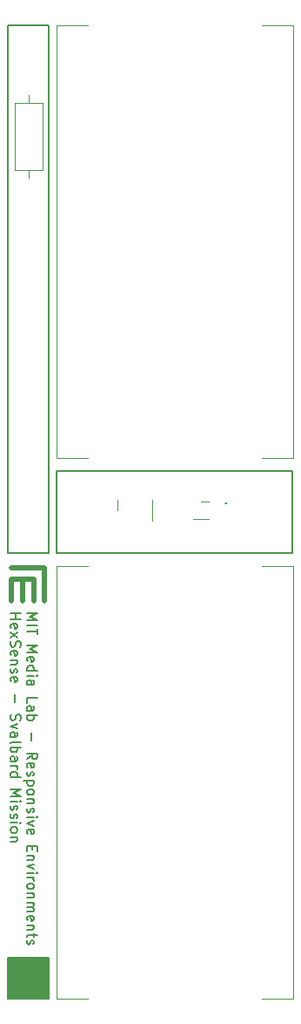
<source format=gbr>
%TF.GenerationSoftware,KiCad,Pcbnew,7.0.5*%
%TF.CreationDate,2023-06-06T16:58:07-04:00*%
%TF.ProjectId,SIDE,53494445-2e6b-4696-9361-645f70636258,rev?*%
%TF.SameCoordinates,Original*%
%TF.FileFunction,Legend,Top*%
%TF.FilePolarity,Positive*%
%FSLAX46Y46*%
G04 Gerber Fmt 4.6, Leading zero omitted, Abs format (unit mm)*
G04 Created by KiCad (PCBNEW 7.0.5) date 2023-06-06 16:58:07*
%MOMM*%
%LPD*%
G01*
G04 APERTURE LIST*
%ADD10C,0.500000*%
%ADD11C,0.150000*%
%ADD12C,0.120000*%
%ADD13C,0.200000*%
G04 APERTURE END LIST*
D10*
X139403334Y-102218022D02*
X139403334Y-104318022D01*
X141536668Y-101118022D02*
X141536668Y-104318022D01*
X138336668Y-102218022D02*
X140470000Y-102218022D01*
X138336668Y-102218022D02*
X138336668Y-104318022D01*
X141536668Y-101118022D02*
X138290000Y-101118022D01*
D11*
X137970000Y-48468022D02*
X141970000Y-48468022D01*
X141970000Y-99668022D01*
X137970000Y-99668022D01*
X137970000Y-48468022D01*
X137970000Y-138968022D02*
X141970000Y-138968022D01*
X141970000Y-142968022D01*
X137970000Y-142968022D01*
X137970000Y-138968022D01*
G36*
X137970000Y-138968022D02*
G01*
X141970000Y-138968022D01*
X141970000Y-142968022D01*
X137970000Y-142968022D01*
X137970000Y-138968022D01*
G37*
D10*
X140470000Y-102218022D02*
X140470000Y-104318022D01*
D11*
X142720000Y-91718022D02*
X165670000Y-91718022D01*
X165670000Y-99718022D01*
X142720000Y-99718022D01*
X142720000Y-91718022D01*
X139826848Y-105554801D02*
X140826848Y-105554801D01*
X140826848Y-105554801D02*
X140112563Y-105888134D01*
X140112563Y-105888134D02*
X140826848Y-106221467D01*
X140826848Y-106221467D02*
X139826848Y-106221467D01*
X139826848Y-106697658D02*
X140826848Y-106697658D01*
X140826848Y-107030991D02*
X140826848Y-107602419D01*
X139826848Y-107316705D02*
X140826848Y-107316705D01*
X139826848Y-108697658D02*
X140826848Y-108697658D01*
X140826848Y-108697658D02*
X140112563Y-109030991D01*
X140112563Y-109030991D02*
X140826848Y-109364324D01*
X140826848Y-109364324D02*
X139826848Y-109364324D01*
X139874468Y-110221467D02*
X139826848Y-110126229D01*
X139826848Y-110126229D02*
X139826848Y-109935753D01*
X139826848Y-109935753D02*
X139874468Y-109840515D01*
X139874468Y-109840515D02*
X139969706Y-109792896D01*
X139969706Y-109792896D02*
X140350658Y-109792896D01*
X140350658Y-109792896D02*
X140445896Y-109840515D01*
X140445896Y-109840515D02*
X140493515Y-109935753D01*
X140493515Y-109935753D02*
X140493515Y-110126229D01*
X140493515Y-110126229D02*
X140445896Y-110221467D01*
X140445896Y-110221467D02*
X140350658Y-110269086D01*
X140350658Y-110269086D02*
X140255420Y-110269086D01*
X140255420Y-110269086D02*
X140160182Y-109792896D01*
X139826848Y-111126229D02*
X140826848Y-111126229D01*
X139874468Y-111126229D02*
X139826848Y-111030991D01*
X139826848Y-111030991D02*
X139826848Y-110840515D01*
X139826848Y-110840515D02*
X139874468Y-110745277D01*
X139874468Y-110745277D02*
X139922087Y-110697658D01*
X139922087Y-110697658D02*
X140017325Y-110650039D01*
X140017325Y-110650039D02*
X140303039Y-110650039D01*
X140303039Y-110650039D02*
X140398277Y-110697658D01*
X140398277Y-110697658D02*
X140445896Y-110745277D01*
X140445896Y-110745277D02*
X140493515Y-110840515D01*
X140493515Y-110840515D02*
X140493515Y-111030991D01*
X140493515Y-111030991D02*
X140445896Y-111126229D01*
X139826848Y-111602420D02*
X140493515Y-111602420D01*
X140826848Y-111602420D02*
X140779229Y-111554801D01*
X140779229Y-111554801D02*
X140731610Y-111602420D01*
X140731610Y-111602420D02*
X140779229Y-111650039D01*
X140779229Y-111650039D02*
X140826848Y-111602420D01*
X140826848Y-111602420D02*
X140731610Y-111602420D01*
X139826848Y-112507181D02*
X140350658Y-112507181D01*
X140350658Y-112507181D02*
X140445896Y-112459562D01*
X140445896Y-112459562D02*
X140493515Y-112364324D01*
X140493515Y-112364324D02*
X140493515Y-112173848D01*
X140493515Y-112173848D02*
X140445896Y-112078610D01*
X139874468Y-112507181D02*
X139826848Y-112411943D01*
X139826848Y-112411943D02*
X139826848Y-112173848D01*
X139826848Y-112173848D02*
X139874468Y-112078610D01*
X139874468Y-112078610D02*
X139969706Y-112030991D01*
X139969706Y-112030991D02*
X140064944Y-112030991D01*
X140064944Y-112030991D02*
X140160182Y-112078610D01*
X140160182Y-112078610D02*
X140207801Y-112173848D01*
X140207801Y-112173848D02*
X140207801Y-112411943D01*
X140207801Y-112411943D02*
X140255420Y-112507181D01*
X139826848Y-114221467D02*
X139826848Y-113745277D01*
X139826848Y-113745277D02*
X140826848Y-113745277D01*
X139826848Y-114983372D02*
X140350658Y-114983372D01*
X140350658Y-114983372D02*
X140445896Y-114935753D01*
X140445896Y-114935753D02*
X140493515Y-114840515D01*
X140493515Y-114840515D02*
X140493515Y-114650039D01*
X140493515Y-114650039D02*
X140445896Y-114554801D01*
X139874468Y-114983372D02*
X139826848Y-114888134D01*
X139826848Y-114888134D02*
X139826848Y-114650039D01*
X139826848Y-114650039D02*
X139874468Y-114554801D01*
X139874468Y-114554801D02*
X139969706Y-114507182D01*
X139969706Y-114507182D02*
X140064944Y-114507182D01*
X140064944Y-114507182D02*
X140160182Y-114554801D01*
X140160182Y-114554801D02*
X140207801Y-114650039D01*
X140207801Y-114650039D02*
X140207801Y-114888134D01*
X140207801Y-114888134D02*
X140255420Y-114983372D01*
X139826848Y-115459563D02*
X140826848Y-115459563D01*
X140445896Y-115459563D02*
X140493515Y-115554801D01*
X140493515Y-115554801D02*
X140493515Y-115745277D01*
X140493515Y-115745277D02*
X140445896Y-115840515D01*
X140445896Y-115840515D02*
X140398277Y-115888134D01*
X140398277Y-115888134D02*
X140303039Y-115935753D01*
X140303039Y-115935753D02*
X140017325Y-115935753D01*
X140017325Y-115935753D02*
X139922087Y-115888134D01*
X139922087Y-115888134D02*
X139874468Y-115840515D01*
X139874468Y-115840515D02*
X139826848Y-115745277D01*
X139826848Y-115745277D02*
X139826848Y-115554801D01*
X139826848Y-115554801D02*
X139874468Y-115459563D01*
X140207801Y-117126230D02*
X140207801Y-117888135D01*
X139826848Y-119697658D02*
X140303039Y-119364325D01*
X139826848Y-119126230D02*
X140826848Y-119126230D01*
X140826848Y-119126230D02*
X140826848Y-119507182D01*
X140826848Y-119507182D02*
X140779229Y-119602420D01*
X140779229Y-119602420D02*
X140731610Y-119650039D01*
X140731610Y-119650039D02*
X140636372Y-119697658D01*
X140636372Y-119697658D02*
X140493515Y-119697658D01*
X140493515Y-119697658D02*
X140398277Y-119650039D01*
X140398277Y-119650039D02*
X140350658Y-119602420D01*
X140350658Y-119602420D02*
X140303039Y-119507182D01*
X140303039Y-119507182D02*
X140303039Y-119126230D01*
X139874468Y-120507182D02*
X139826848Y-120411944D01*
X139826848Y-120411944D02*
X139826848Y-120221468D01*
X139826848Y-120221468D02*
X139874468Y-120126230D01*
X139874468Y-120126230D02*
X139969706Y-120078611D01*
X139969706Y-120078611D02*
X140350658Y-120078611D01*
X140350658Y-120078611D02*
X140445896Y-120126230D01*
X140445896Y-120126230D02*
X140493515Y-120221468D01*
X140493515Y-120221468D02*
X140493515Y-120411944D01*
X140493515Y-120411944D02*
X140445896Y-120507182D01*
X140445896Y-120507182D02*
X140350658Y-120554801D01*
X140350658Y-120554801D02*
X140255420Y-120554801D01*
X140255420Y-120554801D02*
X140160182Y-120078611D01*
X139874468Y-120935754D02*
X139826848Y-121030992D01*
X139826848Y-121030992D02*
X139826848Y-121221468D01*
X139826848Y-121221468D02*
X139874468Y-121316706D01*
X139874468Y-121316706D02*
X139969706Y-121364325D01*
X139969706Y-121364325D02*
X140017325Y-121364325D01*
X140017325Y-121364325D02*
X140112563Y-121316706D01*
X140112563Y-121316706D02*
X140160182Y-121221468D01*
X140160182Y-121221468D02*
X140160182Y-121078611D01*
X140160182Y-121078611D02*
X140207801Y-120983373D01*
X140207801Y-120983373D02*
X140303039Y-120935754D01*
X140303039Y-120935754D02*
X140350658Y-120935754D01*
X140350658Y-120935754D02*
X140445896Y-120983373D01*
X140445896Y-120983373D02*
X140493515Y-121078611D01*
X140493515Y-121078611D02*
X140493515Y-121221468D01*
X140493515Y-121221468D02*
X140445896Y-121316706D01*
X140493515Y-121792897D02*
X139493515Y-121792897D01*
X140445896Y-121792897D02*
X140493515Y-121888135D01*
X140493515Y-121888135D02*
X140493515Y-122078611D01*
X140493515Y-122078611D02*
X140445896Y-122173849D01*
X140445896Y-122173849D02*
X140398277Y-122221468D01*
X140398277Y-122221468D02*
X140303039Y-122269087D01*
X140303039Y-122269087D02*
X140017325Y-122269087D01*
X140017325Y-122269087D02*
X139922087Y-122221468D01*
X139922087Y-122221468D02*
X139874468Y-122173849D01*
X139874468Y-122173849D02*
X139826848Y-122078611D01*
X139826848Y-122078611D02*
X139826848Y-121888135D01*
X139826848Y-121888135D02*
X139874468Y-121792897D01*
X139826848Y-122840516D02*
X139874468Y-122745278D01*
X139874468Y-122745278D02*
X139922087Y-122697659D01*
X139922087Y-122697659D02*
X140017325Y-122650040D01*
X140017325Y-122650040D02*
X140303039Y-122650040D01*
X140303039Y-122650040D02*
X140398277Y-122697659D01*
X140398277Y-122697659D02*
X140445896Y-122745278D01*
X140445896Y-122745278D02*
X140493515Y-122840516D01*
X140493515Y-122840516D02*
X140493515Y-122983373D01*
X140493515Y-122983373D02*
X140445896Y-123078611D01*
X140445896Y-123078611D02*
X140398277Y-123126230D01*
X140398277Y-123126230D02*
X140303039Y-123173849D01*
X140303039Y-123173849D02*
X140017325Y-123173849D01*
X140017325Y-123173849D02*
X139922087Y-123126230D01*
X139922087Y-123126230D02*
X139874468Y-123078611D01*
X139874468Y-123078611D02*
X139826848Y-122983373D01*
X139826848Y-122983373D02*
X139826848Y-122840516D01*
X140493515Y-123602421D02*
X139826848Y-123602421D01*
X140398277Y-123602421D02*
X140445896Y-123650040D01*
X140445896Y-123650040D02*
X140493515Y-123745278D01*
X140493515Y-123745278D02*
X140493515Y-123888135D01*
X140493515Y-123888135D02*
X140445896Y-123983373D01*
X140445896Y-123983373D02*
X140350658Y-124030992D01*
X140350658Y-124030992D02*
X139826848Y-124030992D01*
X139874468Y-124459564D02*
X139826848Y-124554802D01*
X139826848Y-124554802D02*
X139826848Y-124745278D01*
X139826848Y-124745278D02*
X139874468Y-124840516D01*
X139874468Y-124840516D02*
X139969706Y-124888135D01*
X139969706Y-124888135D02*
X140017325Y-124888135D01*
X140017325Y-124888135D02*
X140112563Y-124840516D01*
X140112563Y-124840516D02*
X140160182Y-124745278D01*
X140160182Y-124745278D02*
X140160182Y-124602421D01*
X140160182Y-124602421D02*
X140207801Y-124507183D01*
X140207801Y-124507183D02*
X140303039Y-124459564D01*
X140303039Y-124459564D02*
X140350658Y-124459564D01*
X140350658Y-124459564D02*
X140445896Y-124507183D01*
X140445896Y-124507183D02*
X140493515Y-124602421D01*
X140493515Y-124602421D02*
X140493515Y-124745278D01*
X140493515Y-124745278D02*
X140445896Y-124840516D01*
X139826848Y-125316707D02*
X140493515Y-125316707D01*
X140826848Y-125316707D02*
X140779229Y-125269088D01*
X140779229Y-125269088D02*
X140731610Y-125316707D01*
X140731610Y-125316707D02*
X140779229Y-125364326D01*
X140779229Y-125364326D02*
X140826848Y-125316707D01*
X140826848Y-125316707D02*
X140731610Y-125316707D01*
X140493515Y-125697659D02*
X139826848Y-125935754D01*
X139826848Y-125935754D02*
X140493515Y-126173849D01*
X139874468Y-126935754D02*
X139826848Y-126840516D01*
X139826848Y-126840516D02*
X139826848Y-126650040D01*
X139826848Y-126650040D02*
X139874468Y-126554802D01*
X139874468Y-126554802D02*
X139969706Y-126507183D01*
X139969706Y-126507183D02*
X140350658Y-126507183D01*
X140350658Y-126507183D02*
X140445896Y-126554802D01*
X140445896Y-126554802D02*
X140493515Y-126650040D01*
X140493515Y-126650040D02*
X140493515Y-126840516D01*
X140493515Y-126840516D02*
X140445896Y-126935754D01*
X140445896Y-126935754D02*
X140350658Y-126983373D01*
X140350658Y-126983373D02*
X140255420Y-126983373D01*
X140255420Y-126983373D02*
X140160182Y-126507183D01*
X140350658Y-128173850D02*
X140350658Y-128507183D01*
X139826848Y-128650040D02*
X139826848Y-128173850D01*
X139826848Y-128173850D02*
X140826848Y-128173850D01*
X140826848Y-128173850D02*
X140826848Y-128650040D01*
X140493515Y-129078612D02*
X139826848Y-129078612D01*
X140398277Y-129078612D02*
X140445896Y-129126231D01*
X140445896Y-129126231D02*
X140493515Y-129221469D01*
X140493515Y-129221469D02*
X140493515Y-129364326D01*
X140493515Y-129364326D02*
X140445896Y-129459564D01*
X140445896Y-129459564D02*
X140350658Y-129507183D01*
X140350658Y-129507183D02*
X139826848Y-129507183D01*
X140493515Y-129888136D02*
X139826848Y-130126231D01*
X139826848Y-130126231D02*
X140493515Y-130364326D01*
X139826848Y-130745279D02*
X140493515Y-130745279D01*
X140826848Y-130745279D02*
X140779229Y-130697660D01*
X140779229Y-130697660D02*
X140731610Y-130745279D01*
X140731610Y-130745279D02*
X140779229Y-130792898D01*
X140779229Y-130792898D02*
X140826848Y-130745279D01*
X140826848Y-130745279D02*
X140731610Y-130745279D01*
X139826848Y-131221469D02*
X140493515Y-131221469D01*
X140303039Y-131221469D02*
X140398277Y-131269088D01*
X140398277Y-131269088D02*
X140445896Y-131316707D01*
X140445896Y-131316707D02*
X140493515Y-131411945D01*
X140493515Y-131411945D02*
X140493515Y-131507183D01*
X139826848Y-131983374D02*
X139874468Y-131888136D01*
X139874468Y-131888136D02*
X139922087Y-131840517D01*
X139922087Y-131840517D02*
X140017325Y-131792898D01*
X140017325Y-131792898D02*
X140303039Y-131792898D01*
X140303039Y-131792898D02*
X140398277Y-131840517D01*
X140398277Y-131840517D02*
X140445896Y-131888136D01*
X140445896Y-131888136D02*
X140493515Y-131983374D01*
X140493515Y-131983374D02*
X140493515Y-132126231D01*
X140493515Y-132126231D02*
X140445896Y-132221469D01*
X140445896Y-132221469D02*
X140398277Y-132269088D01*
X140398277Y-132269088D02*
X140303039Y-132316707D01*
X140303039Y-132316707D02*
X140017325Y-132316707D01*
X140017325Y-132316707D02*
X139922087Y-132269088D01*
X139922087Y-132269088D02*
X139874468Y-132221469D01*
X139874468Y-132221469D02*
X139826848Y-132126231D01*
X139826848Y-132126231D02*
X139826848Y-131983374D01*
X140493515Y-132745279D02*
X139826848Y-132745279D01*
X140398277Y-132745279D02*
X140445896Y-132792898D01*
X140445896Y-132792898D02*
X140493515Y-132888136D01*
X140493515Y-132888136D02*
X140493515Y-133030993D01*
X140493515Y-133030993D02*
X140445896Y-133126231D01*
X140445896Y-133126231D02*
X140350658Y-133173850D01*
X140350658Y-133173850D02*
X139826848Y-133173850D01*
X139826848Y-133650041D02*
X140493515Y-133650041D01*
X140398277Y-133650041D02*
X140445896Y-133697660D01*
X140445896Y-133697660D02*
X140493515Y-133792898D01*
X140493515Y-133792898D02*
X140493515Y-133935755D01*
X140493515Y-133935755D02*
X140445896Y-134030993D01*
X140445896Y-134030993D02*
X140350658Y-134078612D01*
X140350658Y-134078612D02*
X139826848Y-134078612D01*
X140350658Y-134078612D02*
X140445896Y-134126231D01*
X140445896Y-134126231D02*
X140493515Y-134221469D01*
X140493515Y-134221469D02*
X140493515Y-134364326D01*
X140493515Y-134364326D02*
X140445896Y-134459565D01*
X140445896Y-134459565D02*
X140350658Y-134507184D01*
X140350658Y-134507184D02*
X139826848Y-134507184D01*
X139874468Y-135364326D02*
X139826848Y-135269088D01*
X139826848Y-135269088D02*
X139826848Y-135078612D01*
X139826848Y-135078612D02*
X139874468Y-134983374D01*
X139874468Y-134983374D02*
X139969706Y-134935755D01*
X139969706Y-134935755D02*
X140350658Y-134935755D01*
X140350658Y-134935755D02*
X140445896Y-134983374D01*
X140445896Y-134983374D02*
X140493515Y-135078612D01*
X140493515Y-135078612D02*
X140493515Y-135269088D01*
X140493515Y-135269088D02*
X140445896Y-135364326D01*
X140445896Y-135364326D02*
X140350658Y-135411945D01*
X140350658Y-135411945D02*
X140255420Y-135411945D01*
X140255420Y-135411945D02*
X140160182Y-134935755D01*
X140493515Y-135840517D02*
X139826848Y-135840517D01*
X140398277Y-135840517D02*
X140445896Y-135888136D01*
X140445896Y-135888136D02*
X140493515Y-135983374D01*
X140493515Y-135983374D02*
X140493515Y-136126231D01*
X140493515Y-136126231D02*
X140445896Y-136221469D01*
X140445896Y-136221469D02*
X140350658Y-136269088D01*
X140350658Y-136269088D02*
X139826848Y-136269088D01*
X140493515Y-136602422D02*
X140493515Y-136983374D01*
X140826848Y-136745279D02*
X139969706Y-136745279D01*
X139969706Y-136745279D02*
X139874468Y-136792898D01*
X139874468Y-136792898D02*
X139826848Y-136888136D01*
X139826848Y-136888136D02*
X139826848Y-136983374D01*
X139874468Y-137269089D02*
X139826848Y-137364327D01*
X139826848Y-137364327D02*
X139826848Y-137554803D01*
X139826848Y-137554803D02*
X139874468Y-137650041D01*
X139874468Y-137650041D02*
X139969706Y-137697660D01*
X139969706Y-137697660D02*
X140017325Y-137697660D01*
X140017325Y-137697660D02*
X140112563Y-137650041D01*
X140112563Y-137650041D02*
X140160182Y-137554803D01*
X140160182Y-137554803D02*
X140160182Y-137411946D01*
X140160182Y-137411946D02*
X140207801Y-137316708D01*
X140207801Y-137316708D02*
X140303039Y-137269089D01*
X140303039Y-137269089D02*
X140350658Y-137269089D01*
X140350658Y-137269089D02*
X140445896Y-137316708D01*
X140445896Y-137316708D02*
X140493515Y-137411946D01*
X140493515Y-137411946D02*
X140493515Y-137554803D01*
X140493515Y-137554803D02*
X140445896Y-137650041D01*
X138216848Y-105554801D02*
X139216848Y-105554801D01*
X138740658Y-105554801D02*
X138740658Y-106126229D01*
X138216848Y-106126229D02*
X139216848Y-106126229D01*
X138264468Y-106983372D02*
X138216848Y-106888134D01*
X138216848Y-106888134D02*
X138216848Y-106697658D01*
X138216848Y-106697658D02*
X138264468Y-106602420D01*
X138264468Y-106602420D02*
X138359706Y-106554801D01*
X138359706Y-106554801D02*
X138740658Y-106554801D01*
X138740658Y-106554801D02*
X138835896Y-106602420D01*
X138835896Y-106602420D02*
X138883515Y-106697658D01*
X138883515Y-106697658D02*
X138883515Y-106888134D01*
X138883515Y-106888134D02*
X138835896Y-106983372D01*
X138835896Y-106983372D02*
X138740658Y-107030991D01*
X138740658Y-107030991D02*
X138645420Y-107030991D01*
X138645420Y-107030991D02*
X138550182Y-106554801D01*
X138216848Y-107364325D02*
X138883515Y-107888134D01*
X138883515Y-107364325D02*
X138216848Y-107888134D01*
X138264468Y-108221468D02*
X138216848Y-108364325D01*
X138216848Y-108364325D02*
X138216848Y-108602420D01*
X138216848Y-108602420D02*
X138264468Y-108697658D01*
X138264468Y-108697658D02*
X138312087Y-108745277D01*
X138312087Y-108745277D02*
X138407325Y-108792896D01*
X138407325Y-108792896D02*
X138502563Y-108792896D01*
X138502563Y-108792896D02*
X138597801Y-108745277D01*
X138597801Y-108745277D02*
X138645420Y-108697658D01*
X138645420Y-108697658D02*
X138693039Y-108602420D01*
X138693039Y-108602420D02*
X138740658Y-108411944D01*
X138740658Y-108411944D02*
X138788277Y-108316706D01*
X138788277Y-108316706D02*
X138835896Y-108269087D01*
X138835896Y-108269087D02*
X138931134Y-108221468D01*
X138931134Y-108221468D02*
X139026372Y-108221468D01*
X139026372Y-108221468D02*
X139121610Y-108269087D01*
X139121610Y-108269087D02*
X139169229Y-108316706D01*
X139169229Y-108316706D02*
X139216848Y-108411944D01*
X139216848Y-108411944D02*
X139216848Y-108650039D01*
X139216848Y-108650039D02*
X139169229Y-108792896D01*
X138264468Y-109602420D02*
X138216848Y-109507182D01*
X138216848Y-109507182D02*
X138216848Y-109316706D01*
X138216848Y-109316706D02*
X138264468Y-109221468D01*
X138264468Y-109221468D02*
X138359706Y-109173849D01*
X138359706Y-109173849D02*
X138740658Y-109173849D01*
X138740658Y-109173849D02*
X138835896Y-109221468D01*
X138835896Y-109221468D02*
X138883515Y-109316706D01*
X138883515Y-109316706D02*
X138883515Y-109507182D01*
X138883515Y-109507182D02*
X138835896Y-109602420D01*
X138835896Y-109602420D02*
X138740658Y-109650039D01*
X138740658Y-109650039D02*
X138645420Y-109650039D01*
X138645420Y-109650039D02*
X138550182Y-109173849D01*
X138883515Y-110078611D02*
X138216848Y-110078611D01*
X138788277Y-110078611D02*
X138835896Y-110126230D01*
X138835896Y-110126230D02*
X138883515Y-110221468D01*
X138883515Y-110221468D02*
X138883515Y-110364325D01*
X138883515Y-110364325D02*
X138835896Y-110459563D01*
X138835896Y-110459563D02*
X138740658Y-110507182D01*
X138740658Y-110507182D02*
X138216848Y-110507182D01*
X138264468Y-110935754D02*
X138216848Y-111030992D01*
X138216848Y-111030992D02*
X138216848Y-111221468D01*
X138216848Y-111221468D02*
X138264468Y-111316706D01*
X138264468Y-111316706D02*
X138359706Y-111364325D01*
X138359706Y-111364325D02*
X138407325Y-111364325D01*
X138407325Y-111364325D02*
X138502563Y-111316706D01*
X138502563Y-111316706D02*
X138550182Y-111221468D01*
X138550182Y-111221468D02*
X138550182Y-111078611D01*
X138550182Y-111078611D02*
X138597801Y-110983373D01*
X138597801Y-110983373D02*
X138693039Y-110935754D01*
X138693039Y-110935754D02*
X138740658Y-110935754D01*
X138740658Y-110935754D02*
X138835896Y-110983373D01*
X138835896Y-110983373D02*
X138883515Y-111078611D01*
X138883515Y-111078611D02*
X138883515Y-111221468D01*
X138883515Y-111221468D02*
X138835896Y-111316706D01*
X138264468Y-112173849D02*
X138216848Y-112078611D01*
X138216848Y-112078611D02*
X138216848Y-111888135D01*
X138216848Y-111888135D02*
X138264468Y-111792897D01*
X138264468Y-111792897D02*
X138359706Y-111745278D01*
X138359706Y-111745278D02*
X138740658Y-111745278D01*
X138740658Y-111745278D02*
X138835896Y-111792897D01*
X138835896Y-111792897D02*
X138883515Y-111888135D01*
X138883515Y-111888135D02*
X138883515Y-112078611D01*
X138883515Y-112078611D02*
X138835896Y-112173849D01*
X138835896Y-112173849D02*
X138740658Y-112221468D01*
X138740658Y-112221468D02*
X138645420Y-112221468D01*
X138645420Y-112221468D02*
X138550182Y-111745278D01*
X138597801Y-113411945D02*
X138597801Y-114173850D01*
X138264468Y-115364326D02*
X138216848Y-115507183D01*
X138216848Y-115507183D02*
X138216848Y-115745278D01*
X138216848Y-115745278D02*
X138264468Y-115840516D01*
X138264468Y-115840516D02*
X138312087Y-115888135D01*
X138312087Y-115888135D02*
X138407325Y-115935754D01*
X138407325Y-115935754D02*
X138502563Y-115935754D01*
X138502563Y-115935754D02*
X138597801Y-115888135D01*
X138597801Y-115888135D02*
X138645420Y-115840516D01*
X138645420Y-115840516D02*
X138693039Y-115745278D01*
X138693039Y-115745278D02*
X138740658Y-115554802D01*
X138740658Y-115554802D02*
X138788277Y-115459564D01*
X138788277Y-115459564D02*
X138835896Y-115411945D01*
X138835896Y-115411945D02*
X138931134Y-115364326D01*
X138931134Y-115364326D02*
X139026372Y-115364326D01*
X139026372Y-115364326D02*
X139121610Y-115411945D01*
X139121610Y-115411945D02*
X139169229Y-115459564D01*
X139169229Y-115459564D02*
X139216848Y-115554802D01*
X139216848Y-115554802D02*
X139216848Y-115792897D01*
X139216848Y-115792897D02*
X139169229Y-115935754D01*
X138883515Y-116269088D02*
X138216848Y-116507183D01*
X138216848Y-116507183D02*
X138883515Y-116745278D01*
X138216848Y-117554802D02*
X138740658Y-117554802D01*
X138740658Y-117554802D02*
X138835896Y-117507183D01*
X138835896Y-117507183D02*
X138883515Y-117411945D01*
X138883515Y-117411945D02*
X138883515Y-117221469D01*
X138883515Y-117221469D02*
X138835896Y-117126231D01*
X138264468Y-117554802D02*
X138216848Y-117459564D01*
X138216848Y-117459564D02*
X138216848Y-117221469D01*
X138216848Y-117221469D02*
X138264468Y-117126231D01*
X138264468Y-117126231D02*
X138359706Y-117078612D01*
X138359706Y-117078612D02*
X138454944Y-117078612D01*
X138454944Y-117078612D02*
X138550182Y-117126231D01*
X138550182Y-117126231D02*
X138597801Y-117221469D01*
X138597801Y-117221469D02*
X138597801Y-117459564D01*
X138597801Y-117459564D02*
X138645420Y-117554802D01*
X138216848Y-118173850D02*
X138264468Y-118078612D01*
X138264468Y-118078612D02*
X138359706Y-118030993D01*
X138359706Y-118030993D02*
X139216848Y-118030993D01*
X138216848Y-118554803D02*
X139216848Y-118554803D01*
X138835896Y-118554803D02*
X138883515Y-118650041D01*
X138883515Y-118650041D02*
X138883515Y-118840517D01*
X138883515Y-118840517D02*
X138835896Y-118935755D01*
X138835896Y-118935755D02*
X138788277Y-118983374D01*
X138788277Y-118983374D02*
X138693039Y-119030993D01*
X138693039Y-119030993D02*
X138407325Y-119030993D01*
X138407325Y-119030993D02*
X138312087Y-118983374D01*
X138312087Y-118983374D02*
X138264468Y-118935755D01*
X138264468Y-118935755D02*
X138216848Y-118840517D01*
X138216848Y-118840517D02*
X138216848Y-118650041D01*
X138216848Y-118650041D02*
X138264468Y-118554803D01*
X138216848Y-119888136D02*
X138740658Y-119888136D01*
X138740658Y-119888136D02*
X138835896Y-119840517D01*
X138835896Y-119840517D02*
X138883515Y-119745279D01*
X138883515Y-119745279D02*
X138883515Y-119554803D01*
X138883515Y-119554803D02*
X138835896Y-119459565D01*
X138264468Y-119888136D02*
X138216848Y-119792898D01*
X138216848Y-119792898D02*
X138216848Y-119554803D01*
X138216848Y-119554803D02*
X138264468Y-119459565D01*
X138264468Y-119459565D02*
X138359706Y-119411946D01*
X138359706Y-119411946D02*
X138454944Y-119411946D01*
X138454944Y-119411946D02*
X138550182Y-119459565D01*
X138550182Y-119459565D02*
X138597801Y-119554803D01*
X138597801Y-119554803D02*
X138597801Y-119792898D01*
X138597801Y-119792898D02*
X138645420Y-119888136D01*
X138216848Y-120364327D02*
X138883515Y-120364327D01*
X138693039Y-120364327D02*
X138788277Y-120411946D01*
X138788277Y-120411946D02*
X138835896Y-120459565D01*
X138835896Y-120459565D02*
X138883515Y-120554803D01*
X138883515Y-120554803D02*
X138883515Y-120650041D01*
X138216848Y-121411946D02*
X139216848Y-121411946D01*
X138264468Y-121411946D02*
X138216848Y-121316708D01*
X138216848Y-121316708D02*
X138216848Y-121126232D01*
X138216848Y-121126232D02*
X138264468Y-121030994D01*
X138264468Y-121030994D02*
X138312087Y-120983375D01*
X138312087Y-120983375D02*
X138407325Y-120935756D01*
X138407325Y-120935756D02*
X138693039Y-120935756D01*
X138693039Y-120935756D02*
X138788277Y-120983375D01*
X138788277Y-120983375D02*
X138835896Y-121030994D01*
X138835896Y-121030994D02*
X138883515Y-121126232D01*
X138883515Y-121126232D02*
X138883515Y-121316708D01*
X138883515Y-121316708D02*
X138835896Y-121411946D01*
X138216848Y-122650042D02*
X139216848Y-122650042D01*
X139216848Y-122650042D02*
X138502563Y-122983375D01*
X138502563Y-122983375D02*
X139216848Y-123316708D01*
X139216848Y-123316708D02*
X138216848Y-123316708D01*
X138216848Y-123792899D02*
X138883515Y-123792899D01*
X139216848Y-123792899D02*
X139169229Y-123745280D01*
X139169229Y-123745280D02*
X139121610Y-123792899D01*
X139121610Y-123792899D02*
X139169229Y-123840518D01*
X139169229Y-123840518D02*
X139216848Y-123792899D01*
X139216848Y-123792899D02*
X139121610Y-123792899D01*
X138264468Y-124221470D02*
X138216848Y-124316708D01*
X138216848Y-124316708D02*
X138216848Y-124507184D01*
X138216848Y-124507184D02*
X138264468Y-124602422D01*
X138264468Y-124602422D02*
X138359706Y-124650041D01*
X138359706Y-124650041D02*
X138407325Y-124650041D01*
X138407325Y-124650041D02*
X138502563Y-124602422D01*
X138502563Y-124602422D02*
X138550182Y-124507184D01*
X138550182Y-124507184D02*
X138550182Y-124364327D01*
X138550182Y-124364327D02*
X138597801Y-124269089D01*
X138597801Y-124269089D02*
X138693039Y-124221470D01*
X138693039Y-124221470D02*
X138740658Y-124221470D01*
X138740658Y-124221470D02*
X138835896Y-124269089D01*
X138835896Y-124269089D02*
X138883515Y-124364327D01*
X138883515Y-124364327D02*
X138883515Y-124507184D01*
X138883515Y-124507184D02*
X138835896Y-124602422D01*
X138264468Y-125030994D02*
X138216848Y-125126232D01*
X138216848Y-125126232D02*
X138216848Y-125316708D01*
X138216848Y-125316708D02*
X138264468Y-125411946D01*
X138264468Y-125411946D02*
X138359706Y-125459565D01*
X138359706Y-125459565D02*
X138407325Y-125459565D01*
X138407325Y-125459565D02*
X138502563Y-125411946D01*
X138502563Y-125411946D02*
X138550182Y-125316708D01*
X138550182Y-125316708D02*
X138550182Y-125173851D01*
X138550182Y-125173851D02*
X138597801Y-125078613D01*
X138597801Y-125078613D02*
X138693039Y-125030994D01*
X138693039Y-125030994D02*
X138740658Y-125030994D01*
X138740658Y-125030994D02*
X138835896Y-125078613D01*
X138835896Y-125078613D02*
X138883515Y-125173851D01*
X138883515Y-125173851D02*
X138883515Y-125316708D01*
X138883515Y-125316708D02*
X138835896Y-125411946D01*
X138216848Y-125888137D02*
X138883515Y-125888137D01*
X139216848Y-125888137D02*
X139169229Y-125840518D01*
X139169229Y-125840518D02*
X139121610Y-125888137D01*
X139121610Y-125888137D02*
X139169229Y-125935756D01*
X139169229Y-125935756D02*
X139216848Y-125888137D01*
X139216848Y-125888137D02*
X139121610Y-125888137D01*
X138216848Y-126507184D02*
X138264468Y-126411946D01*
X138264468Y-126411946D02*
X138312087Y-126364327D01*
X138312087Y-126364327D02*
X138407325Y-126316708D01*
X138407325Y-126316708D02*
X138693039Y-126316708D01*
X138693039Y-126316708D02*
X138788277Y-126364327D01*
X138788277Y-126364327D02*
X138835896Y-126411946D01*
X138835896Y-126411946D02*
X138883515Y-126507184D01*
X138883515Y-126507184D02*
X138883515Y-126650041D01*
X138883515Y-126650041D02*
X138835896Y-126745279D01*
X138835896Y-126745279D02*
X138788277Y-126792898D01*
X138788277Y-126792898D02*
X138693039Y-126840517D01*
X138693039Y-126840517D02*
X138407325Y-126840517D01*
X138407325Y-126840517D02*
X138312087Y-126792898D01*
X138312087Y-126792898D02*
X138264468Y-126745279D01*
X138264468Y-126745279D02*
X138216848Y-126650041D01*
X138216848Y-126650041D02*
X138216848Y-126507184D01*
X138883515Y-127269089D02*
X138216848Y-127269089D01*
X138788277Y-127269089D02*
X138835896Y-127316708D01*
X138835896Y-127316708D02*
X138883515Y-127411946D01*
X138883515Y-127411946D02*
X138883515Y-127554803D01*
X138883515Y-127554803D02*
X138835896Y-127650041D01*
X138835896Y-127650041D02*
X138740658Y-127697660D01*
X138740658Y-127697660D02*
X138216848Y-127697660D01*
D12*
%TO.C,SC2*%
X165720000Y-142958022D02*
X165720000Y-100958022D01*
X165720000Y-142958022D02*
X162720000Y-142958022D01*
X165720000Y-100958022D02*
X162720000Y-100958022D01*
X145720000Y-142958022D02*
X142720000Y-142958022D01*
X142720000Y-142958022D02*
X142720000Y-100958022D01*
X142720000Y-100958022D02*
X145720000Y-100958022D01*
%TO.C,U1*%
X152012500Y-96523022D02*
X152012500Y-94523022D01*
X148592500Y-95523022D02*
X148592500Y-94523022D01*
%TO.C,SC1*%
X142720000Y-48468022D02*
X142720000Y-90468022D01*
X142720000Y-48468022D02*
X145720000Y-48468022D01*
X142720000Y-90468022D02*
X145720000Y-90468022D01*
X162720000Y-48468022D02*
X165720000Y-48468022D01*
X165720000Y-48468022D02*
X165720000Y-90468022D01*
X165720000Y-90468022D02*
X162720000Y-90468022D01*
%TO.C,U3*%
X156010000Y-96383022D02*
X157510000Y-96383022D01*
X156760000Y-94663022D02*
X157510000Y-94663022D01*
%TO.C,R6*%
X139970000Y-63290000D02*
X139970000Y-62520000D01*
X138600000Y-62520000D02*
X141340000Y-62520000D01*
X141340000Y-62520000D02*
X141340000Y-55980000D01*
X138600000Y-55980000D02*
X138600000Y-62520000D01*
X141340000Y-55980000D02*
X138600000Y-55980000D01*
X139970000Y-55210000D02*
X139970000Y-55980000D01*
D13*
%TO.C,IC1*%
X159145000Y-94873022D02*
X159145000Y-94873022D01*
X159145000Y-94873022D02*
X159145000Y-94873022D01*
X159245000Y-94873022D02*
X159245000Y-94873022D01*
X159245000Y-94873022D02*
G75*
G03*
X159145000Y-94873022I-50000J0D01*
G01*
X159145000Y-94873022D02*
G75*
G03*
X159245000Y-94873022I50000J0D01*
G01*
X159145000Y-94873022D02*
G75*
G03*
X159245000Y-94873022I50000J0D01*
G01*
%TD*%
M02*

</source>
